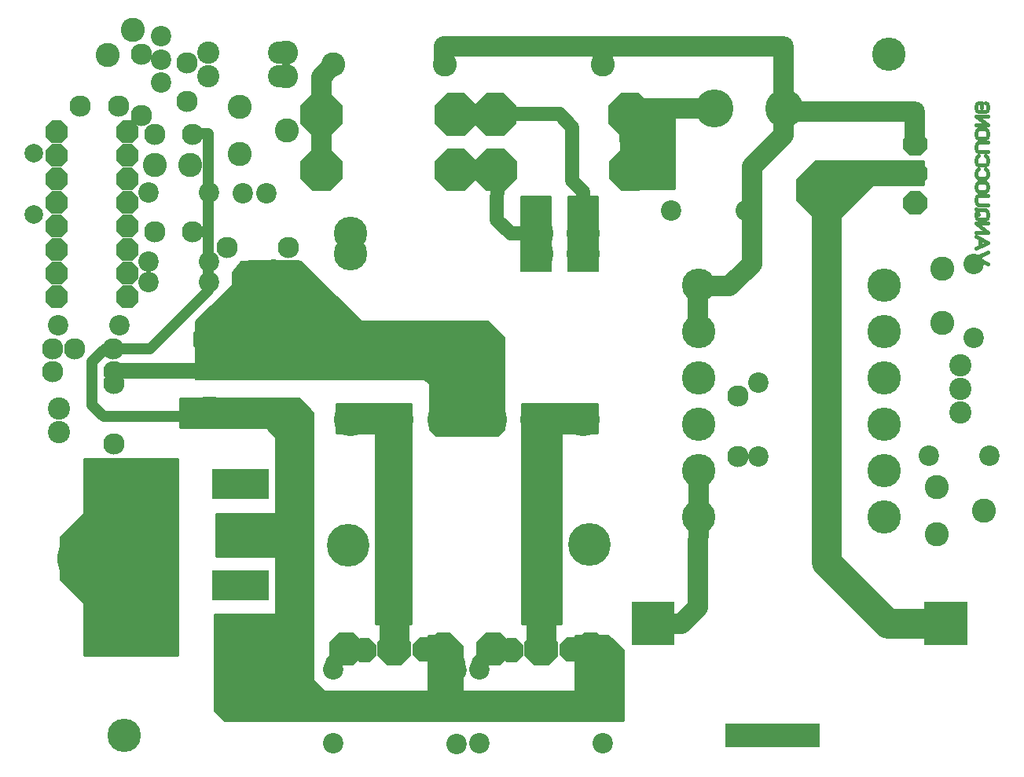
<source format=gbr>
%FSLAX34Y34*%
%MOMM*%
%LNSOLDERMASK_BOTTOM*%
G71*
G01*
%ADD10C, 4.60*%
%ADD11C, 2.40*%
%ADD12C, 3.60*%
%ADD13C, 0.20*%
%ADD14C, 5.60*%
%ADD15C, 1.50*%
%ADD16C, 2.60*%
%ADD17C, 3.60*%
%ADD18C, 0.42*%
%ADD19C, 0.35*%
%ADD20C, 2.20*%
%ADD21C, 2.30*%
%ADD22C, 2.20*%
%ADD23R, 10.10X10.10*%
%ADD24R, 6.20X3.20*%
%ADD25R, 5.20X4.20*%
%ADD26C, 4.10*%
%ADD27C, 2.20*%
%ADD28C, 3.60*%
%ADD29C, 3.20*%
%ADD30C, 1.80*%
%ADD31C, 0.30*%
%ADD32C, 2.30*%
%ADD33C, 2.00*%
%ADD34C, 2.20*%
%ADD35C, 1.20*%
%ADD36C, 2.60*%
%ADD37C, 1.70*%
%ADD38C, 2.40*%
%ADD39C, 2.60*%
%ADD40C, 2.40*%
%LPD*%
X359172Y-567928D02*
G54D10*
D03*
X619172Y-566928D02*
G54D10*
D03*
G36*
X1026176Y-674794D02*
X980176Y-674794D01*
X980176Y-628794D01*
X1026176Y-628794D01*
X1026176Y-674794D01*
G37*
G36*
X710676Y-674795D02*
X664676Y-674795D01*
X664676Y-628795D01*
X710676Y-628795D01*
X710676Y-674795D01*
G37*
X47856Y-420325D02*
G54D11*
D03*
X47856Y-445725D02*
G54D11*
D03*
X612066Y-431850D02*
G54D12*
D03*
X562066Y-431850D02*
G54D12*
D03*
X512066Y-431850D02*
G54D12*
D03*
X462066Y-431850D02*
G54D12*
D03*
X412066Y-431850D02*
G54D12*
D03*
X362066Y-431850D02*
G54D12*
D03*
X362066Y-253850D02*
G54D12*
D03*
X612066Y-431850D02*
G54D12*
D03*
X612066Y-253850D02*
G54D12*
D03*
X562066Y-253850D02*
G54D12*
D03*
X562066Y-231850D02*
G54D12*
D03*
X612066Y-231850D02*
G54D12*
D03*
X362066Y-231850D02*
G54D12*
D03*
G36*
X204788Y-375444D02*
X217885Y-388540D01*
X441722Y-388540D01*
X447278Y-394097D01*
X447278Y-443309D01*
X453628Y-449659D01*
X520700Y-449659D01*
X527447Y-442912D01*
X527447Y-344884D01*
X509588Y-327025D01*
X210741Y-327025D01*
X204788Y-332978D01*
X204788Y-375444D01*
G37*
G54D13*
X204788Y-375444D02*
X217885Y-388540D01*
X441722Y-388540D01*
X447278Y-394097D01*
X447278Y-443309D01*
X453628Y-449659D01*
X520700Y-449659D01*
X527447Y-442912D01*
X527447Y-344884D01*
X509588Y-327025D01*
X210741Y-327025D01*
X204788Y-332978D01*
X204788Y-375444D01*
X278610Y-287730D02*
G54D14*
D03*
G54D15*
X475060Y-162718D02*
X519906Y-162718D01*
X519510Y-216694D01*
X534194Y-231378D01*
X561975Y-231775D01*
G54D15*
X475060Y-103188D02*
X586581Y-103188D01*
X600472Y-117078D01*
X600472Y-174625D01*
X612378Y-186531D01*
X612378Y-232568D01*
X242005Y-145979D02*
G54D16*
D03*
X242005Y-95179D02*
G54D16*
D03*
X292804Y-120579D02*
G54D16*
D03*
X941788Y-38500D02*
G54D17*
D03*
X118270Y-772717D02*
G54D17*
D03*
G54D18*
X1047984Y-264258D02*
X1035540Y-258036D01*
X1047984Y-251814D01*
G54D18*
X1035540Y-247458D02*
X1047984Y-241236D01*
X1035540Y-235014D01*
G54D18*
X1040206Y-244970D02*
X1040206Y-237503D01*
G54D18*
X1035540Y-230658D02*
X1047984Y-230658D01*
X1035540Y-220703D01*
X1047984Y-220703D01*
G54D18*
X1037872Y-211368D02*
X1035540Y-205146D01*
G54D18*
X1045650Y-206391D02*
X1037872Y-206391D01*
X1036317Y-207636D01*
X1035540Y-210124D01*
X1035540Y-212613D01*
X1036317Y-215102D01*
X1037872Y-216346D01*
X1045650Y-216346D01*
X1047206Y-215102D01*
X1047984Y-212613D01*
X1047984Y-210124D01*
X1047206Y-207636D01*
X1045650Y-206391D01*
G54D18*
X1047984Y-200790D02*
X1037872Y-200790D01*
X1036317Y-199546D01*
X1035540Y-197057D01*
X1035540Y-194568D01*
X1036317Y-192080D01*
X1037872Y-190835D01*
X1047984Y-190835D01*
G54D18*
X1045650Y-176523D02*
X1037872Y-176523D01*
X1036317Y-177768D01*
X1035540Y-180256D01*
X1035540Y-182745D01*
X1036317Y-185234D01*
X1037872Y-186478D01*
X1045650Y-186478D01*
X1047206Y-185234D01*
X1047984Y-182745D01*
X1047984Y-180256D01*
X1047206Y-177768D01*
X1045650Y-176523D01*
G54D18*
X1037872Y-162211D02*
X1036317Y-163456D01*
X1035540Y-165944D01*
X1035540Y-168433D01*
X1036317Y-170922D01*
X1037872Y-172166D01*
X1045650Y-172166D01*
X1047206Y-170922D01*
X1047984Y-168433D01*
X1047984Y-165944D01*
X1047206Y-163456D01*
X1045650Y-162211D01*
G54D18*
X1037872Y-147899D02*
X1036317Y-149144D01*
X1035540Y-151632D01*
X1035540Y-154121D01*
X1036317Y-156610D01*
X1037872Y-157854D01*
X1045650Y-157854D01*
X1047206Y-156610D01*
X1047984Y-154121D01*
X1047984Y-151632D01*
X1047206Y-149144D01*
X1045650Y-147899D01*
G54D18*
X1047984Y-143542D02*
X1037872Y-143542D01*
X1036317Y-142298D01*
X1035540Y-139809D01*
X1035540Y-137320D01*
X1036317Y-134832D01*
X1037872Y-133587D01*
X1047984Y-133587D01*
G54D18*
X1045650Y-119275D02*
X1037872Y-119275D01*
X1036317Y-120520D01*
X1035540Y-123008D01*
X1035540Y-125497D01*
X1036317Y-127986D01*
X1037872Y-129230D01*
X1045650Y-129230D01*
X1047206Y-127986D01*
X1047984Y-125497D01*
X1047984Y-123008D01*
X1047206Y-120520D01*
X1045650Y-119275D01*
G54D18*
X1035540Y-114918D02*
X1047984Y-114918D01*
X1035540Y-104963D01*
X1047984Y-104963D01*
G54D18*
X1041762Y-95628D02*
X1041762Y-90651D01*
X1037872Y-90651D01*
X1036317Y-91896D01*
X1035540Y-94384D01*
X1035540Y-96873D01*
X1036317Y-99362D01*
X1037872Y-100606D01*
X1045650Y-100606D01*
X1047206Y-99362D01*
X1047984Y-96873D01*
X1047984Y-94384D01*
X1047206Y-91896D01*
X1045650Y-90651D01*
G36*
X305991Y-262334D02*
X305991Y-329803D01*
X252413Y-329803D01*
X252413Y-262334D01*
X305991Y-262334D01*
G37*
G54D19*
X305991Y-262334D02*
X305991Y-329803D01*
X252413Y-329803D01*
X252413Y-262334D01*
X305991Y-262334D01*
G54D20*
X662781Y-163116D02*
X662384Y-103584D01*
X41213Y-380369D02*
G54D21*
D03*
X106698Y-380369D02*
G54D21*
D03*
G36*
X498245Y-112791D02*
X484790Y-126246D01*
X465700Y-126246D01*
X452245Y-112791D01*
X452245Y-93701D01*
X465700Y-80246D01*
X484790Y-80246D01*
X498245Y-93701D01*
X498245Y-112791D01*
G37*
G36*
X353246Y-112791D02*
X339791Y-126246D01*
X320701Y-126246D01*
X307246Y-112791D01*
X307246Y-93701D01*
X320701Y-80246D01*
X339791Y-80246D01*
X353246Y-93701D01*
X353246Y-112791D01*
G37*
G36*
X498245Y-172322D02*
X484790Y-185777D01*
X465700Y-185777D01*
X452245Y-172322D01*
X452245Y-153232D01*
X465700Y-139777D01*
X484790Y-139777D01*
X498245Y-153232D01*
X498245Y-172322D01*
G37*
G36*
X353246Y-172322D02*
X339791Y-185777D01*
X320701Y-185777D01*
X307246Y-172322D01*
X307246Y-153232D01*
X320701Y-139777D01*
X339791Y-139777D01*
X353246Y-153232D01*
X353246Y-172322D01*
G37*
G36*
X685570Y-112791D02*
X672115Y-126246D01*
X653025Y-126246D01*
X639570Y-112791D01*
X639570Y-93701D01*
X653025Y-80246D01*
X672115Y-80246D01*
X685570Y-93701D01*
X685570Y-112791D01*
G37*
G36*
X540571Y-112791D02*
X527116Y-126246D01*
X508026Y-126246D01*
X494571Y-112791D01*
X494571Y-93701D01*
X508026Y-80246D01*
X527116Y-80246D01*
X540571Y-93701D01*
X540571Y-112791D01*
G37*
G36*
X685967Y-172322D02*
X672512Y-185777D01*
X653422Y-185777D01*
X639967Y-172322D01*
X639967Y-153232D01*
X653422Y-139777D01*
X672512Y-139777D01*
X685967Y-153232D01*
X685967Y-172322D01*
G37*
G36*
X540968Y-172322D02*
X527512Y-185777D01*
X508422Y-185777D01*
X494968Y-172322D01*
X494968Y-153232D01*
X508422Y-139777D01*
X527512Y-139777D01*
X540968Y-153232D01*
X540968Y-172322D01*
G37*
G36*
X956844Y-129594D02*
X964449Y-121989D01*
X975239Y-121989D01*
X982844Y-129594D01*
X982844Y-140384D01*
X975239Y-147989D01*
X964449Y-147989D01*
X956844Y-140384D01*
X956844Y-129594D01*
G37*
G36*
X956844Y-161344D02*
X964450Y-153740D01*
X975240Y-153740D01*
X982844Y-161344D01*
X982844Y-172134D01*
X975240Y-179740D01*
X964450Y-179740D01*
X956844Y-172134D01*
X956844Y-161344D01*
G37*
G36*
X956845Y-193094D02*
X964451Y-185490D01*
X975241Y-185490D01*
X982845Y-193096D01*
X982844Y-203886D01*
X975238Y-211490D01*
X964448Y-211490D01*
X956844Y-203884D01*
X956845Y-193094D01*
G37*
X271227Y-188014D02*
G54D22*
D03*
X245827Y-188014D02*
G54D22*
D03*
X294587Y-246832D02*
G54D21*
D03*
X229103Y-246832D02*
G54D21*
D03*
X999132Y-269676D02*
G54D16*
D03*
X999132Y-328017D02*
G54D16*
D03*
X125055Y-635944D02*
G54D23*
D03*
X243055Y-610444D02*
G54D24*
D03*
X257555Y-662444D02*
G54D25*
D03*
X125055Y-527200D02*
G54D23*
D03*
X243055Y-501700D02*
G54D24*
D03*
X257555Y-553700D02*
G54D25*
D03*
G36*
X216606Y-328281D02*
X226551Y-338226D01*
X226551Y-352336D01*
X216606Y-362281D01*
X202496Y-362281D01*
X192551Y-352336D01*
X192551Y-338226D01*
X202496Y-328281D01*
X216606Y-328281D01*
G37*
G36*
X217003Y-407657D02*
X226948Y-417602D01*
X226948Y-431712D01*
X217003Y-441657D01*
X202893Y-441657D01*
X192948Y-431712D01*
X192948Y-417602D01*
X202893Y-407657D01*
X217003Y-407657D01*
G37*
X753666Y-96838D02*
G54D26*
D03*
X828666Y-96838D02*
G54D26*
D03*
X343297Y-49212D02*
G54D16*
D03*
X463297Y-49212D02*
G54D16*
D03*
G54D20*
X736600Y-486569D02*
X736203Y-634206D01*
X717947Y-652462D01*
X690562Y-652462D01*
X984694Y-471190D02*
G54D27*
D03*
X1050178Y-471190D02*
G54D27*
D03*
X874313Y-176613D02*
G54D28*
D03*
X691748Y-131370D02*
G54D28*
D03*
G54D20*
X969566Y-166688D02*
X874316Y-166688D01*
G54D29*
X874712Y-169069D02*
X874712Y-586184D01*
X940594Y-652066D01*
X1002903Y-652066D01*
G54D20*
X735806Y-336550D02*
X735806Y-288528D01*
X769938Y-288528D01*
X794147Y-264319D01*
X794147Y-159544D01*
X828278Y-125412D01*
X828278Y-30162D01*
X462756Y-30162D01*
X462756Y-49610D01*
G54D20*
X969962Y-133747D02*
X969962Y-100012D01*
X828278Y-100012D01*
G54D20*
X753666Y-97234D02*
X665956Y-97234D01*
G36*
X710406Y-95250D02*
X710406Y-182960D01*
X654447Y-182960D01*
X654447Y-99219D01*
X704850Y-99219D01*
X710406Y-104775D01*
X710406Y-95250D01*
G37*
G54D19*
X710406Y-95250D02*
X710406Y-182960D01*
X654447Y-182960D01*
X654447Y-99219D01*
X704850Y-99219D01*
X710406Y-104775D01*
X710406Y-95250D01*
G54D20*
X330597Y-163116D02*
X330597Y-62706D01*
X343297Y-49212D01*
G36*
X175419Y-475060D02*
X175419Y-685800D01*
X75406Y-685800D01*
X75406Y-475060D01*
X175419Y-475060D01*
G37*
G54D19*
X175419Y-475060D02*
X175419Y-685800D01*
X75406Y-685800D01*
X75406Y-475060D01*
X175419Y-475060D01*
G54D29*
X209550Y-424656D02*
X284956Y-424656D01*
X304800Y-444500D01*
X304800Y-730647D01*
X315119Y-740966D01*
X639366Y-740569D01*
G36*
X217884Y-534194D02*
X291306Y-534194D01*
X291306Y-579438D01*
X217884Y-579438D01*
X217884Y-534194D01*
G37*
G54D19*
X217884Y-534194D02*
X291306Y-534194D01*
X291306Y-579438D01*
X217884Y-579438D01*
X217884Y-534194D01*
G36*
X217884Y-642938D02*
X291306Y-642938D01*
X291306Y-688181D01*
X217884Y-688181D01*
X217884Y-642938D01*
G37*
G54D19*
X217884Y-642938D02*
X291306Y-642938D01*
X291306Y-688181D01*
X217884Y-688181D01*
X217884Y-642938D01*
X74220Y-581810D02*
G54D14*
D03*
G36*
X50006Y-559197D02*
X75406Y-533797D01*
X75406Y-630238D01*
X50006Y-604838D01*
X50006Y-559197D01*
G37*
G54D19*
X50006Y-559197D02*
X75406Y-533797D01*
X75406Y-630238D01*
X50006Y-604838D01*
X50006Y-559197D01*
G36*
X480019Y-687324D02*
X469489Y-697854D01*
X454549Y-697854D01*
X444019Y-687324D01*
X444019Y-672384D01*
X454549Y-661854D01*
X469489Y-661854D01*
X480019Y-672384D01*
X480019Y-687324D01*
G37*
G36*
X426837Y-686928D02*
X416307Y-697458D01*
X401367Y-697458D01*
X390837Y-686928D01*
X390837Y-671988D01*
X401367Y-661458D01*
X416307Y-661458D01*
X426837Y-671988D01*
X426837Y-686928D01*
G37*
G36*
X374847Y-686928D02*
X364317Y-697458D01*
X349377Y-697458D01*
X338847Y-686928D01*
X338847Y-671988D01*
X349377Y-661458D01*
X364317Y-661458D01*
X374847Y-671988D01*
X374847Y-686928D01*
G37*
G36*
X364027Y-675243D02*
X371632Y-667638D01*
X382422Y-667638D01*
X390027Y-675243D01*
X390027Y-686033D01*
X382422Y-693638D01*
X371632Y-693638D01*
X364027Y-686033D01*
X364027Y-675243D01*
G37*
G36*
X428717Y-674449D02*
X436322Y-666844D01*
X447112Y-666844D01*
X454717Y-674449D01*
X454717Y-685239D01*
X447112Y-692844D01*
X436322Y-692844D01*
X428717Y-685239D01*
X428717Y-674449D01*
G37*
G36*
X638372Y-687324D02*
X627842Y-697854D01*
X612902Y-697854D01*
X602372Y-687324D01*
X602372Y-672384D01*
X612902Y-661854D01*
X627842Y-661854D01*
X638372Y-672384D01*
X638372Y-687324D01*
G37*
G36*
X585190Y-686928D02*
X574660Y-697458D01*
X559720Y-697458D01*
X549190Y-686928D01*
X549190Y-671988D01*
X559720Y-661458D01*
X574660Y-661458D01*
X585190Y-671988D01*
X585190Y-686928D01*
G37*
G36*
X533200Y-686928D02*
X522670Y-697458D01*
X507730Y-697458D01*
X497200Y-686928D01*
X497200Y-671988D01*
X507730Y-661458D01*
X522670Y-661458D01*
X533200Y-671988D01*
X533200Y-686928D01*
G37*
G36*
X522380Y-675243D02*
X529985Y-667638D01*
X540775Y-667638D01*
X548380Y-675243D01*
X548380Y-686033D01*
X540775Y-693638D01*
X529985Y-693638D01*
X522380Y-686033D01*
X522380Y-675243D01*
G37*
G36*
X587070Y-674450D02*
X594675Y-666844D01*
X605465Y-666844D01*
X613070Y-674450D01*
X613070Y-685240D01*
X605465Y-692844D01*
X594675Y-692844D01*
X587070Y-685240D01*
X587070Y-674450D01*
G37*
X342990Y-701184D02*
G54D27*
D03*
X342990Y-781352D02*
G54D27*
D03*
X475943Y-701977D02*
G54D27*
D03*
X475943Y-782146D02*
G54D27*
D03*
X500946Y-701183D02*
G54D27*
D03*
X500946Y-781352D02*
G54D27*
D03*
X633899Y-701183D02*
G54D27*
D03*
X633899Y-781352D02*
G54D27*
D03*
G54D20*
X377031Y-680640D02*
X354012Y-680640D01*
G54D20*
X441722Y-679847D02*
X462756Y-679847D01*
G54D20*
X535384Y-680640D02*
X516334Y-680640D01*
G54D20*
X600075Y-679847D02*
X621903Y-679847D01*
G54D30*
X342900Y-701278D02*
X342900Y-693738D01*
X356790Y-679847D01*
G54D30*
X500856Y-701278D02*
X500856Y-693340D01*
X514747Y-679450D01*
G54D30*
X475853Y-702072D02*
X475853Y-693738D01*
X462360Y-680244D01*
G54D30*
X633810Y-701278D02*
X633810Y-692944D01*
X620712Y-679847D01*
G54D29*
X408781Y-679450D02*
X408781Y-431800D01*
G54D29*
X567134Y-679450D02*
X567134Y-433388D01*
G36*
X393700Y-652462D02*
X389334Y-652462D01*
X389334Y-446881D01*
X347266Y-446881D01*
X347266Y-416322D01*
X427038Y-416322D01*
X427038Y-652462D01*
X389334Y-652462D01*
X393700Y-652462D01*
G37*
G54D31*
X393700Y-652462D02*
X389334Y-652462D01*
X389334Y-446881D01*
X347266Y-446881D01*
X347266Y-416322D01*
X427038Y-416322D01*
X427038Y-652462D01*
X389334Y-652462D01*
X393700Y-652462D01*
G36*
X582612Y-652066D02*
X588962Y-652066D01*
X588962Y-446881D01*
X627460Y-446881D01*
X627460Y-416322D01*
X547290Y-416322D01*
X547290Y-652066D01*
X588962Y-652066D01*
X582612Y-652066D01*
G37*
G54D31*
X582612Y-652066D02*
X588962Y-652066D01*
X588962Y-446881D01*
X627460Y-446881D01*
X627460Y-416322D01*
X547290Y-416322D01*
X547290Y-652066D01*
X588962Y-652066D01*
X582612Y-652066D01*
G36*
X178594Y-410369D02*
X178594Y-440928D01*
X271860Y-440928D01*
X282178Y-451247D01*
X282178Y-642938D01*
X215900Y-642938D01*
X215900Y-746125D01*
X226219Y-756444D01*
X655638Y-756444D01*
X655638Y-681434D01*
X639762Y-665560D01*
X604838Y-665560D01*
X604838Y-725884D01*
X481806Y-725884D01*
X481806Y-676672D01*
X470694Y-665560D01*
X446484Y-665560D01*
X446484Y-725884D01*
X333772Y-725884D01*
X321072Y-713184D01*
X321072Y-425053D01*
X306388Y-410369D01*
X178594Y-410369D01*
G37*
G54D31*
X178594Y-410369D02*
X178594Y-440928D01*
X271860Y-440928D01*
X282178Y-451247D01*
X282178Y-642938D01*
X215900Y-642938D01*
X215900Y-746125D01*
X226219Y-756444D01*
X655638Y-756444D01*
X655638Y-681434D01*
X639762Y-665560D01*
X604838Y-665560D01*
X604838Y-725884D01*
X481806Y-725884D01*
X481806Y-676672D01*
X470694Y-665560D01*
X446484Y-665560D01*
X446484Y-725884D01*
X333772Y-725884D01*
X321072Y-713184D01*
X321072Y-425053D01*
X306388Y-410369D01*
X178594Y-410369D01*
G36*
X979090Y-154384D02*
X979090Y-178990D01*
X925116Y-178990D01*
X875903Y-228203D01*
X843360Y-195660D01*
X843360Y-173831D01*
X862806Y-154384D01*
X979090Y-154384D01*
G37*
G54D19*
X979090Y-154384D02*
X979090Y-178990D01*
X925116Y-178990D01*
X875903Y-228203D01*
X843360Y-195660D01*
X843360Y-173831D01*
X862806Y-154384D01*
X979090Y-154384D01*
G36*
X133396Y-304712D02*
X126376Y-311732D01*
X116416Y-311732D01*
X109396Y-304712D01*
X109396Y-294752D01*
X116416Y-287732D01*
X126376Y-287732D01*
X133396Y-294752D01*
X133396Y-304712D01*
G37*
G36*
X133396Y-279312D02*
X126376Y-286332D01*
X116416Y-286332D01*
X109396Y-279312D01*
X109396Y-269352D01*
X116416Y-262332D01*
X126376Y-262332D01*
X133396Y-269352D01*
X133396Y-279312D01*
G37*
G36*
X133396Y-253912D02*
X126376Y-260932D01*
X116416Y-260932D01*
X109396Y-253912D01*
X109396Y-243952D01*
X116416Y-236932D01*
X126376Y-236932D01*
X133396Y-243952D01*
X133396Y-253912D01*
G37*
G36*
X133396Y-228512D02*
X126376Y-235532D01*
X116416Y-235532D01*
X109396Y-228512D01*
X109396Y-218552D01*
X116416Y-211532D01*
X126376Y-211532D01*
X133396Y-218552D01*
X133396Y-228512D01*
G37*
G36*
X57196Y-304712D02*
X50176Y-311732D01*
X40216Y-311732D01*
X33196Y-304712D01*
X33196Y-294752D01*
X40216Y-287732D01*
X50176Y-287732D01*
X57196Y-294752D01*
X57196Y-304712D01*
G37*
G36*
X57196Y-279312D02*
X50176Y-286332D01*
X40216Y-286332D01*
X33196Y-279312D01*
X33196Y-269352D01*
X40216Y-262332D01*
X50176Y-262332D01*
X57196Y-269352D01*
X57196Y-279312D01*
G37*
G36*
X57196Y-253912D02*
X50176Y-260932D01*
X40216Y-260932D01*
X33196Y-253912D01*
X33196Y-243952D01*
X40216Y-236932D01*
X50176Y-236932D01*
X57196Y-243952D01*
X57196Y-253912D01*
G37*
G36*
X57196Y-228512D02*
X50176Y-235532D01*
X40216Y-235532D01*
X33196Y-228512D01*
X33196Y-218552D01*
X40216Y-211532D01*
X50176Y-211532D01*
X57196Y-218552D01*
X57196Y-228512D01*
G37*
G36*
X133396Y-203112D02*
X126376Y-210132D01*
X116416Y-210132D01*
X109396Y-203112D01*
X109396Y-193152D01*
X116416Y-186132D01*
X126376Y-186132D01*
X133396Y-193152D01*
X133396Y-203112D01*
G37*
G36*
X57196Y-203112D02*
X50176Y-210132D01*
X40216Y-210132D01*
X33196Y-203112D01*
X33196Y-193152D01*
X40216Y-186132D01*
X50176Y-186132D01*
X57196Y-193152D01*
X57196Y-203112D01*
G37*
G36*
X133396Y-177712D02*
X126376Y-184732D01*
X116416Y-184732D01*
X109396Y-177712D01*
X109396Y-167752D01*
X116416Y-160732D01*
X126376Y-160732D01*
X133396Y-167752D01*
X133396Y-177712D01*
G37*
G36*
X133396Y-152312D02*
X126376Y-159332D01*
X116416Y-159332D01*
X109396Y-152312D01*
X109396Y-142352D01*
X116416Y-135332D01*
X126376Y-135332D01*
X133396Y-142352D01*
X133396Y-152312D01*
G37*
G36*
X57196Y-177712D02*
X50176Y-184732D01*
X40216Y-184732D01*
X33196Y-177712D01*
X33196Y-167752D01*
X40216Y-160732D01*
X50176Y-160732D01*
X57196Y-167752D01*
X57196Y-177712D01*
G37*
G36*
X57196Y-152312D02*
X50176Y-159332D01*
X40216Y-159332D01*
X33196Y-152312D01*
X33196Y-142352D01*
X40216Y-135332D01*
X50176Y-135332D01*
X57196Y-142352D01*
X57196Y-152312D01*
G37*
G36*
X133396Y-126912D02*
X126376Y-133932D01*
X116416Y-133932D01*
X109396Y-126912D01*
X109396Y-116952D01*
X116416Y-109932D01*
X126376Y-109932D01*
X133396Y-116952D01*
X133396Y-126912D01*
G37*
G36*
X57196Y-126912D02*
X50176Y-133932D01*
X40216Y-133932D01*
X33196Y-126912D01*
X33196Y-116952D01*
X40216Y-109932D01*
X50176Y-109932D01*
X57196Y-116952D01*
X57196Y-126912D01*
G37*
X150526Y-125122D02*
G54D32*
D03*
X191800Y-125122D02*
G54D32*
D03*
X150526Y-229500D02*
G54D32*
D03*
X191801Y-229500D02*
G54D32*
D03*
X46976Y-330657D02*
G54D27*
D03*
X112460Y-330657D02*
G54D27*
D03*
X20385Y-210800D02*
G54D33*
D03*
X20385Y-145316D02*
G54D33*
D03*
X143788Y-283574D02*
G54D27*
D03*
X209272Y-283574D02*
G54D27*
D03*
X70357Y-94166D02*
G54D32*
D03*
X111632Y-94166D02*
G54D32*
D03*
X158088Y-19148D02*
G54D34*
D03*
X158088Y-44148D02*
G54D34*
D03*
X158088Y-69148D02*
G54D34*
D03*
X64800Y-355706D02*
G54D32*
D03*
X106076Y-355706D02*
G54D32*
D03*
G54D35*
X106760Y-380206D02*
X106760Y-394890D01*
G54D35*
X106362Y-355600D02*
X97631Y-355600D01*
X83344Y-369888D01*
X83344Y-416719D01*
X95647Y-429022D01*
X212725Y-429022D01*
X216694Y-432990D01*
G54D35*
X105966Y-355600D02*
X146050Y-355600D01*
X208756Y-292894D01*
X208756Y-124222D01*
X143788Y-261746D02*
G54D27*
D03*
X209272Y-261746D02*
G54D27*
D03*
X143788Y-187133D02*
G54D27*
D03*
X209272Y-187133D02*
G54D27*
D03*
X151306Y-157446D02*
G54D36*
D03*
X189405Y-157446D02*
G54D36*
D03*
G54D35*
X191690Y-229394D02*
X207962Y-229394D01*
G54D35*
X191294Y-123825D02*
X208756Y-123825D01*
G54D37*
X107950Y-379810D02*
X451644Y-379810D01*
X206772Y-379810D01*
X100193Y-39438D02*
G54D36*
D03*
X127134Y-12498D02*
G54D36*
D03*
X284876Y-62240D02*
G54D38*
D03*
X284876Y-36840D02*
G54D38*
D03*
X208676Y-62240D02*
G54D38*
D03*
X208676Y-36840D02*
G54D38*
D03*
X185450Y-48128D02*
G54D32*
D03*
X185450Y-89403D02*
G54D32*
D03*
G36*
X251619Y-261540D02*
X308769Y-261540D01*
X373856Y-326628D01*
X509588Y-326628D01*
X527447Y-344488D01*
X527447Y-388540D01*
X195262Y-388540D01*
X195262Y-326628D01*
X234950Y-286940D01*
X234950Y-273844D01*
X243681Y-261540D01*
X254000Y-261540D01*
X251619Y-261540D01*
G37*
G54D13*
X251619Y-261540D02*
X308769Y-261540D01*
X373856Y-326628D01*
X509588Y-326628D01*
X527447Y-344488D01*
X527447Y-388540D01*
X195262Y-388540D01*
X195262Y-326628D01*
X234950Y-286940D01*
X234950Y-273844D01*
X243681Y-261540D01*
X254000Y-261540D01*
X251619Y-261540D01*
X136557Y-38658D02*
G54D32*
D03*
X136557Y-104142D02*
G54D32*
D03*
X106904Y-458450D02*
G54D21*
D03*
X106904Y-392966D02*
G54D21*
D03*
X800984Y-392018D02*
G54D27*
D03*
X800984Y-472186D02*
G54D27*
D03*
X707560Y-206972D02*
G54D27*
D03*
X787730Y-206972D02*
G54D27*
D03*
G36*
X548481Y-192088D02*
X577453Y-192088D01*
X577453Y-272256D01*
X545306Y-272256D01*
X545306Y-192088D01*
X554434Y-192088D01*
X548481Y-192088D01*
G37*
G54D13*
X548481Y-192088D02*
X577453Y-192088D01*
X577453Y-272256D01*
X545306Y-272256D01*
X545306Y-192088D01*
X554434Y-192088D01*
X548481Y-192088D01*
G36*
X599678Y-192088D02*
X628650Y-192088D01*
X628650Y-272256D01*
X596503Y-272256D01*
X596503Y-192088D01*
X605631Y-192088D01*
X599678Y-192088D01*
G37*
G54D13*
X599678Y-192088D02*
X628650Y-192088D01*
X628650Y-272256D01*
X596503Y-272256D01*
X596503Y-192088D01*
X605631Y-192088D01*
X599678Y-192088D01*
X40481Y-355600D02*
G54D32*
D03*
X633412Y-49610D02*
G54D16*
D03*
G54D20*
X633412Y-49610D02*
X633412Y-32147D01*
X292252Y-36886D02*
G54D39*
D03*
X292252Y-62286D02*
G54D39*
D03*
X736600Y-537314D02*
G54D12*
D03*
X736600Y-487307D02*
G54D12*
D03*
X736600Y-437301D02*
G54D12*
D03*
X736600Y-387295D02*
G54D12*
D03*
X736600Y-287282D02*
G54D12*
D03*
X736600Y-337288D02*
G54D12*
D03*
X936624Y-537314D02*
G54D12*
D03*
X936624Y-487307D02*
G54D12*
D03*
X936624Y-437301D02*
G54D12*
D03*
X936624Y-387295D02*
G54D12*
D03*
X936625Y-287282D02*
G54D12*
D03*
X936624Y-337288D02*
G54D12*
D03*
X1033552Y-264224D02*
G54D27*
D03*
X1033552Y-344393D02*
G54D27*
D03*
X992961Y-555466D02*
G54D16*
D03*
X992961Y-504666D02*
G54D16*
D03*
X1043761Y-530066D02*
G54D16*
D03*
X1018789Y-424409D02*
G54D40*
D03*
X1018789Y-399009D02*
G54D40*
D03*
X1018789Y-373609D02*
G54D40*
D03*
G36*
X867400Y-759400D02*
X867400Y-785400D01*
X841400Y-785400D01*
X841400Y-759400D01*
X867400Y-759400D01*
G37*
G36*
X842002Y-759399D02*
X842002Y-785399D01*
X816002Y-785399D01*
X816002Y-759399D01*
X842002Y-759399D01*
G37*
G36*
X816602Y-759399D02*
X816602Y-785399D01*
X790602Y-785399D01*
X790602Y-759399D01*
X816602Y-759399D01*
G37*
G36*
X791200Y-759400D02*
X791200Y-785400D01*
X765200Y-785400D01*
X765200Y-759400D01*
X791200Y-759400D01*
G37*
X779078Y-406811D02*
G54D21*
D03*
X779078Y-472295D02*
G54D21*
D03*
M02*

</source>
